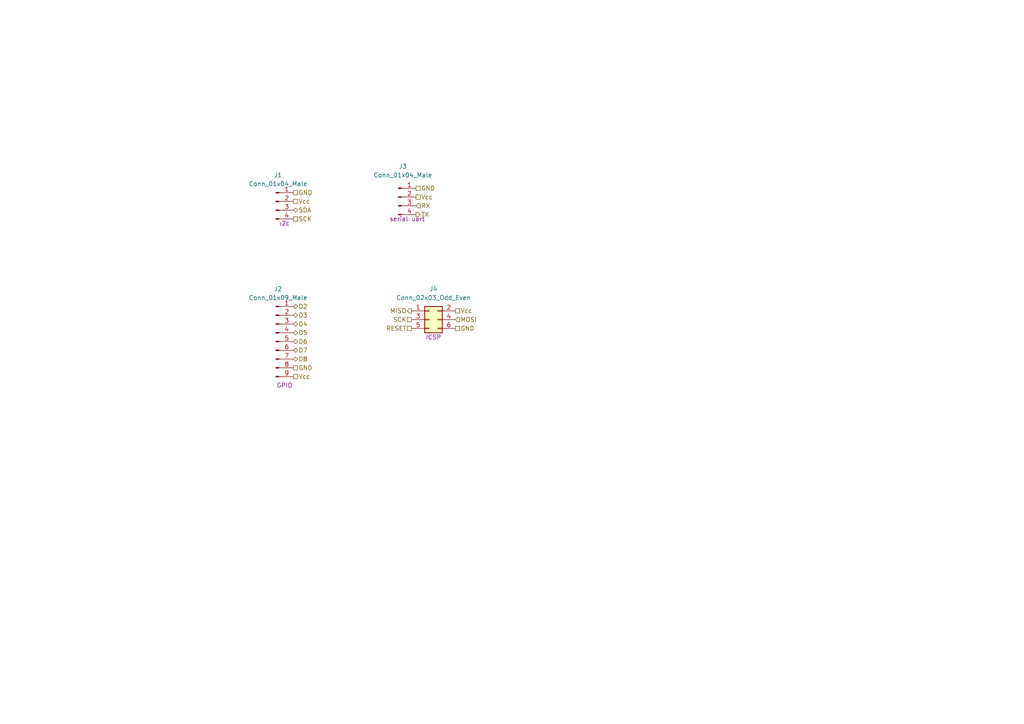
<source format=kicad_sch>
(kicad_sch (version 20211123) (generator eeschema)
  (paper "A4")
  (lib_symbols
    (symbol "Connector:Conn_01x04_Male" (pin_names (offset 1.016) hide)
      (property "Reference" "J" (at 0 5.08 0))
      (property "Value" "Conn_01x04_Male" (at 0 -7.62 0))
      (symbol "Conn_01x04_Male_1_1"
        (polyline (pts (xy 1.27 -5.08) (xy 0.8636 -5.08)) (stroke (width 0.1524)))
        (polyline (pts (xy 1.27 -2.54) (xy 0.8636 -2.54)) (stroke (width 0.1524)))
        (polyline (pts (xy 1.27 0) (xy 0.8636 0)) (stroke (width 0.1524)))
        (polyline (pts (xy 1.27 2.54) (xy 0.8636 2.54)) (stroke (width 0.1524)))
        (rectangle (start 0.8636 -4.953) (end 0 -5.207) (stroke (width 0.1524)) (fill (type outline)))
        (rectangle (start 0.8636 -2.413) (end 0 -2.667) (stroke (width 0.1524)) (fill (type outline)))
        (rectangle (start 0.8636 0.127) (end 0 -0.127) (stroke (width 0.1524)) (fill (type outline)))
        (rectangle (start 0.8636 2.667) (end 0 2.413) (stroke (width 0.1524)) (fill (type outline)))
        (pin passive line (at 5.08 2.54 180) (length 3.81) (name "Pin_1") (number "1"))
        (pin passive line (at 5.08 0 180) (length 3.81) (name "Pin_2") (number "2"))
        (pin passive line (at 5.08 -2.54 180) (length 3.81) (name "Pin_3") (number "3"))
        (pin passive line (at 5.08 -5.08 180) (length 3.81) (name "Pin_4") (number "4"))
      )
    )
    (symbol "Connector:Conn_01x09_Male" (pin_names (offset 1.016) hide)
      (property "Reference" "J" (at 0 12.7 0))
      (property "Value" "Conn_01x09_Male" (at 0 -12.7 0))
      (symbol "Conn_01x09_Male_1_1"
        (polyline (pts (xy 1.27 -10.16) (xy 0.8636 -10.16)) (stroke (width 0.1524)))
        (polyline (pts (xy 1.27 -7.62) (xy 0.8636 -7.62)) (stroke (width 0.1524)))
        (polyline (pts (xy 1.27 -5.08) (xy 0.8636 -5.08)) (stroke (width 0.1524)))
        (polyline (pts (xy 1.27 -2.54) (xy 0.8636 -2.54)) (stroke (width 0.1524)))
        (polyline (pts (xy 1.27 0) (xy 0.8636 0)) (stroke (width 0.1524)))
        (polyline (pts (xy 1.27 2.54) (xy 0.8636 2.54)) (stroke (width 0.1524)))
        (polyline (pts (xy 1.27 5.08) (xy 0.8636 5.08)) (stroke (width 0.1524)))
        (polyline (pts (xy 1.27 7.62) (xy 0.8636 7.62)) (stroke (width 0.1524)))
        (polyline (pts (xy 1.27 10.16) (xy 0.8636 10.16)) (stroke (width 0.1524)))
        (rectangle (start 0.8636 -10.033) (end 0 -10.287) (stroke (width 0.1524)) (fill (type outline)))
        (rectangle (start 0.8636 -7.493) (end 0 -7.747) (stroke (width 0.1524)) (fill (type outline)))
        (rectangle (start 0.8636 -4.953) (end 0 -5.207) (stroke (width 0.1524)) (fill (type outline)))
        (rectangle (start 0.8636 -2.413) (end 0 -2.667) (stroke (width 0.1524)) (fill (type outline)))
        (rectangle (start 0.8636 0.127) (end 0 -0.127) (stroke (width 0.1524)) (fill (type outline)))
        (rectangle (start 0.8636 2.667) (end 0 2.413) (stroke (width 0.1524)) (fill (type outline)))
        (rectangle (start 0.8636 5.207) (end 0 4.953) (stroke (width 0.1524)) (fill (type outline)))
        (rectangle (start 0.8636 7.747) (end 0 7.493) (stroke (width 0.1524)) (fill (type outline)))
        (rectangle (start 0.8636 10.287) (end 0 10.033) (stroke (width 0.1524)) (fill (type outline)))
        (pin passive line (at 5.08 10.16 180) (length 3.81) (name "Pin_1") (number "1"))
        (pin passive line (at 5.08 7.62 180) (length 3.81) (name "Pin_2") (number "2"))
        (pin passive line (at 5.08 5.08 180) (length 3.81) (name "Pin_3") (number "3"))
        (pin passive line (at 5.08 2.54 180) (length 3.81) (name "Pin_4") (number "4"))
        (pin passive line (at 5.08 0 180) (length 3.81) (name "Pin_5") (number "5"))
        (pin passive line (at 5.08 -2.54 180) (length 3.81) (name "Pin_6") (number "6"))
        (pin passive line (at 5.08 -5.08 180) (length 3.81) (name "Pin_7") (number "7"))
        (pin passive line (at 5.08 -7.62 180) (length 3.81) (name "Pin_8") (number "8"))
        (pin passive line (at 5.08 -10.16 180) (length 3.81) (name "Pin_9") (number "9"))
      )
    )
    (symbol "Connector_Generic:Conn_02x03_Odd_Even" (pin_names (offset 1.016) hide)
      (property "Reference" "J" (at 1.27 5.08 0))
      (property "Value" "Conn_02x03_Odd_Even" (at 1.27 -5.08 0))
      (symbol "Conn_02x03_Odd_Even_1_1"
        (rectangle (start -1.27 -2.413) (end 0 -2.667) (stroke (width 0.1524)))
        (rectangle (start -1.27 0.127) (end 0 -0.127) (stroke (width 0.1524)))
        (rectangle (start -1.27 2.667) (end 0 2.413) (stroke (width 0.1524)))
        (rectangle (start -1.27 3.81) (end 3.81 -3.81) (stroke (width 0.254)) (fill (type background)))
        (rectangle (start 3.81 -2.413) (end 2.54 -2.667) (stroke (width 0.1524)))
        (rectangle (start 3.81 0.127) (end 2.54 -0.127) (stroke (width 0.1524)))
        (rectangle (start 3.81 2.667) (end 2.54 2.413) (stroke (width 0.1524)))
        (pin passive line (at -5.08 2.54 0) (length 3.81) (name "Pin_1") (number "1"))
        (pin passive line (at 7.62 2.54 180) (length 3.81) (name "Pin_2") (number "2"))
        (pin passive line (at -5.08 0 0) (length 3.81) (name "Pin_3") (number "3"))
        (pin passive line (at 7.62 0 180) (length 3.81) (name "Pin_4") (number "4"))
        (pin passive line (at -5.08 -2.54 0) (length 3.81) (name "Pin_5") (number "5"))
        (pin passive line (at 7.62 -2.54 180) (length 3.81) (name "Pin_6") (number "6"))
      )
    )
  )
  (hierarchical_label "GND" (shape passive) (at 85.09 106.68 0))
  (hierarchical_label "D6" (shape bidirectional) (at 85.09 99.06 0))
  (hierarchical_label "Vcc" (shape passive) (at 85.09 58.42 0))
  (hierarchical_label "TX" (shape output) (at 120.65 62.23 0))
  (hierarchical_label "Vcc" (shape passive) (at 132.08 90.17 0))
  (hierarchical_label "SDA" (shape bidirectional) (at 85.09 60.96 0))
  (hierarchical_label "Vcc" (shape passive) (at 120.65 57.15 0))
  (hierarchical_label "RX" (shape input) (at 120.65 59.69 0))
  (hierarchical_label "GND" (shape passive) (at 120.65 54.61 0))
  (hierarchical_label "D2" (shape bidirectional) (at 85.09 88.9 0))
  (hierarchical_label "D8" (shape bidirectional) (at 85.09 104.14 0))
  (hierarchical_label "MISO" (shape output) (at 119.38 90.17 180))
  (hierarchical_label "D5" (shape bidirectional) (at 85.09 96.52 0))
  (hierarchical_label "SCK" (shape passive) (at 85.09 63.5 0))
  (hierarchical_label "D7" (shape bidirectional) (at 85.09 101.6 0))
  (hierarchical_label "Vcc" (shape passive) (at 85.09 109.22 0))
  (hierarchical_label "MOSI" (shape input) (at 132.08 92.71 0))
  (hierarchical_label "D4" (shape bidirectional) (at 85.09 93.98 0))
  (hierarchical_label "RESET" (shape passive) (at 119.38 95.25 180))
  (hierarchical_label "GND" (shape passive) (at 132.08 95.25 0))
  (hierarchical_label "GND" (shape passive) (at 85.09 55.88 0))
  (hierarchical_label "SCK" (shape passive) (at 119.38 92.71 180))
  (hierarchical_label "D3" (shape bidirectional) (at 85.09 91.44 0))
  (symbol (lib_id "Connector:Conn_01x04_Male") (at 80.01 58.42 0) (unit 1)
    (property "Reference" "J1" (at 80.645 50.8 0))
    (property "Value" "Conn_01x04_Male" (at 80.645 53.34 0))
    (property "Footprint" "Connector_PinHeader_2.54mm:PinHeader_1x04_P2.54mm_Vertical" (effects hide))
    (property "purpose" "ı2c" (at 82.55 64.77 0))
  )
  (symbol (lib_id "Connector_Generic:Conn_02x03_Odd_Even") (at 124.46 92.71 0) (unit 1)
    (property "Reference" "J4" (at 125.73 83.82 0))
    (property "Value" "Conn_02x03_Odd_Even" (at 125.73 86.36 0))
    (property "Footprint" "Connector_PinHeader_2.54mm:PinHeader_2x03_P2.54mm_Vertical" (effects hide))
    (property "purpose" "ICSP" (at 125.73 97.79 0))
  )
  (symbol (lib_id "Connector:Conn_01x09_Male") (at 80.01 99.06 0) (unit 1)
    (property "Reference" "J2" (at 80.645 83.82 0))
    (property "Value" "Conn_01x09_Male" (at 80.645 86.36 0))
    (property "Footprint" "Connector_PinHeader_2.54mm:PinHeader_1x09_P2.54mm_Vertical" (effects hide))
    (property "Purpose" "GPIO" (at 82.55 111.76 0))
  )
  (symbol (lib_id "Connector:Conn_01x04_Male") (at 115.57 57.15 0) (unit 1)
    (property "Reference" "J3" (at 116.84 48.26 0))
    (property "Value" "Conn_01x04_Male" (at 116.84 50.8 0))
    (property "Footprint" "Connector_PinHeader_2.54mm:PinHeader_1x04_P2.54mm_Vertical" (effects hide))
    (property "purpose" "serial uart" (at 118.11 63.5 0))
  )
)
</source>
